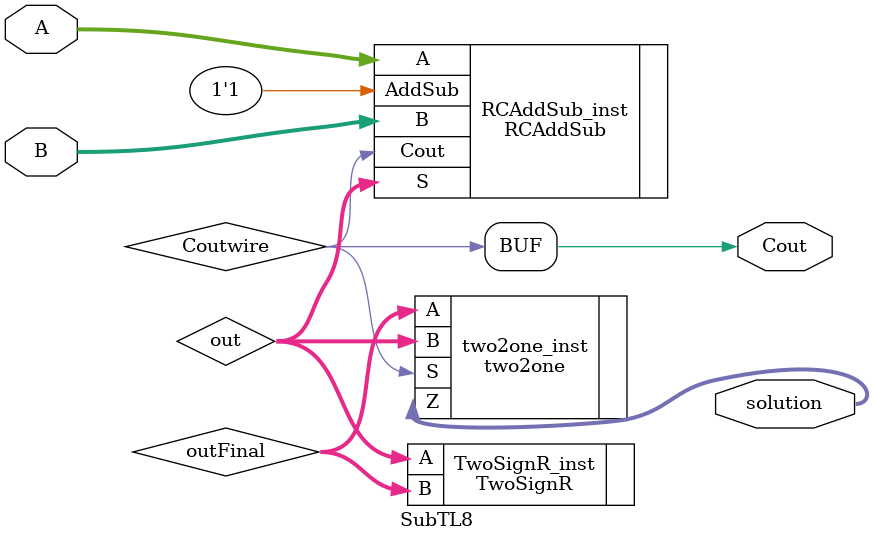
<source format=sv>
module SubTL8(
	input [7:0] A, B,
	output reg [7:0] solution,
	output Cout
);
	logic Coutwire;
	logic [7:0] outFinal, out;
	//assign Boutreg = BoutSign;
	assign Cout =  Coutwire;


RCAddSub RCAddSub_inst
(
	.AddSub(1'b1) ,	// input  AddSub_sig
	.A(A) ,	// input [7:0] A_sig
	.B(B) ,	// input [7:0] B_sig
	.S(out) ,	// output [7:0] S_sig
	.Cout(Coutwire) 	// output  Cout_sig
);

TwoSignR TwoSignR_inst
(
	.A(out) ,	// input [N-1:0] A_sig
	.B(outFinal) 	// output [N-1:0] B_sig
);

two2one#(8) two2one_inst
(
	.A(outFinal) ,	// input [N-1:0] A_sig
	.B(out) ,	// input [N-1:0] B_sig
	.S(Coutwire) ,	// input  S_sig
	.Z(solution) 	// output [N-1:0] Z_sig
);
	
endmodule 
</source>
